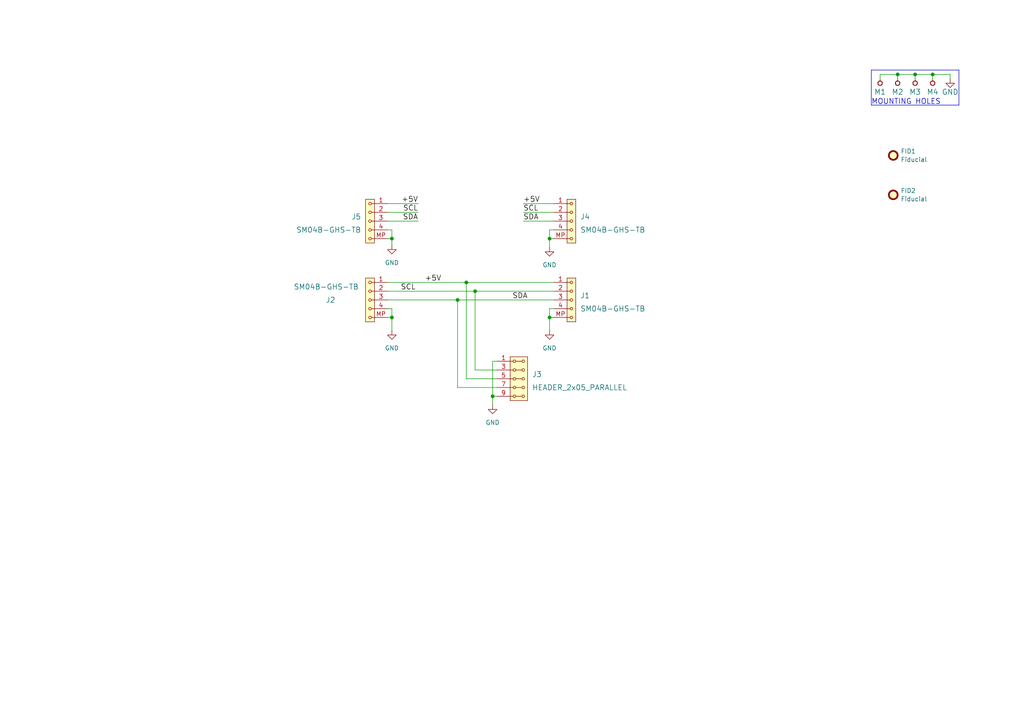
<source format=kicad_sch>
(kicad_sch (version 20230121) (generator eeschema)
  (paper "A4")
  (title_block (title "GH4PIN01") (date "%d. %m. %Y") (rev "A") (company "Mlab www.mlab.cz") (comment 1 "PixHawk I2C - MLAB interface") (comment 2 "Alsa-Tucnak"))
  (lib_symbols
    (symbol "MLAB_CONNECTORS_JST:SM04B-GHS-TB" (pin_names (offset 1.016))
      (property "Reference" "J" (at 0 -7.62 0))
      (property "Value" "SM04B-GHS-TB" (at 0 7.62 0))
      (symbol "SM04B-GHS-TB_0_1"
        (rectangle (start -1.27 6.35) (end 1.27 -6.35) (fill (type background)))
        (circle (center 0 -5.08) (radius 0.381))
        (circle (center 0 -2.54) (radius 0.381))
        (polyline (pts (xy -1.27 -5.08) (xy -0.381 -5.08)))
        (polyline (pts (xy -1.27 -2.54) (xy -0.381 -2.54)))
        (polyline (pts (xy -1.27 0) (xy -0.381 0)))
        (polyline (pts (xy -1.27 2.54) (xy -0.381 2.54)))
        (polyline (pts (xy -1.27 5.08) (xy -0.381 5.08)))
        (circle (center 0 0) (radius 0.381))
        (circle (center 0 2.54) (radius 0.381))
        (circle (center 0 5.08) (radius 0.381))
      )
      (symbol "SM04B-GHS-TB_1_1"
        (pin input line (at -5.08 5.08 0) (length 3.81) (name "~") (number "1"))
        (pin input line (at -5.08 2.54 0) (length 3.81) (name "~") (number "2"))
        (pin input line (at -5.08 0 0) (length 3.81) (name "~") (number "3"))
        (pin input line (at -5.08 -2.54 0) (length 3.81) (name "~") (number "4"))
        (pin input line (at -5.08 -5.08 0) (length 3.81) (name "~") (number "MP"))
      )
    )
    (symbol "MLAB_HEADER:HEADER_2x05_PARALLEL" (pin_names (offset 1.016))
      (property "Reference" "J" (at 0 -7.62 0))
      (property "Value" "HEADER_2x05_PARALLEL" (at 0 7.62 0))
      (symbol "HEADER_2x05_PARALLEL_0_1"
        (rectangle (start -2.54 6.35) (end 2.54 -6.35) (fill (type background)))
        (circle (center -1.27 -5.08) (radius 0.381))
        (circle (center -1.27 -2.54) (radius 0.381))
        (circle (center -1.27 0) (radius 0.381))
        (circle (center -1.27 2.54) (radius 0.381))
        (circle (center -1.27 5.08) (radius 0.381))
        (polyline (pts (xy -1.651 -5.08) (xy -2.54 -5.08)))
        (polyline (pts (xy -1.651 -2.54) (xy -2.54 -2.54)))
        (polyline (pts (xy -1.651 0) (xy -2.54 0)))
        (polyline (pts (xy -1.651 2.54) (xy -2.54 2.54)))
        (polyline (pts (xy -1.651 5.08) (xy -2.54 5.08)))
        (polyline (pts (xy -0.889 -5.08) (xy 0.889 -5.08)))
        (polyline (pts (xy -0.889 -2.54) (xy 0.889 -2.54)))
        (polyline (pts (xy -0.889 0) (xy 0.889 0)))
        (polyline (pts (xy -0.889 2.54) (xy 0.889 2.54)))
        (polyline (pts (xy -0.889 5.08) (xy 0.889 5.08)))
        (circle (center 1.27 -5.08) (radius 0.381))
        (circle (center 1.27 -2.54) (radius 0.381))
        (circle (center 1.27 0) (radius 0.381))
        (circle (center 1.27 2.54) (radius 0.381))
        (circle (center 1.27 5.08) (radius 0.381))
      )
      (symbol "HEADER_2x05_PARALLEL_1_1"
        (pin input line (at -6.35 5.08 0) (length 3.81) (name "~") (number "1"))
        (pin input line (at -6.35 -5.08 0) (length 3.81) hide (name "~") (number "10"))
        (pin input line (at -6.35 5.08 0) (length 3.81) hide (name "~") (number "2"))
        (pin input line (at -6.35 2.54 0) (length 3.81) (name "~") (number "3"))
        (pin input line (at -6.35 2.54 0) (length 3.81) hide (name "~") (number "4"))
        (pin input line (at -6.35 0 0) (length 3.81) (name "~") (number "5"))
        (pin input line (at -6.35 0 0) (length 3.81) hide (name "~") (number "6"))
        (pin input line (at -6.35 -2.54 0) (length 3.81) (name "~") (number "7"))
        (pin input line (at -6.35 -2.54 0) (length 3.81) hide (name "~") (number "8"))
        (pin input line (at -6.35 -5.08 0) (length 3.81) (name "~") (number "9"))
      )
    )
    (symbol "Mechanical:Fiducial"
      (property "Reference" "FID" (at 0 5.08 0))
      (property "Value" "Fiducial" (at 0 3.175 0))
      (symbol "Fiducial_0_1"
        (circle (center 0 0) (radius 1.27) (stroke (width 0.508)) (fill (type background)))
      )
    )
    (symbol "mlab-default-rescue:GND" (power) (pin_names (offset 0))
      (property "Value" "GND" (at 0 -3.81 0))
      (symbol "GND_0_1"
        (polyline (pts (xy 0 0) (xy 0 -1.27) (xy 1.27 -1.27) (xy 0 -2.54) (xy -1.27 -1.27) (xy 0 -1.27)))
      )
      (symbol "GND_1_1"
        (pin power_in line (at 0 0 270) (length 0) hide (name "GND") (number "1"))
      )
    )
    (symbol "mlab-default-rescue:HOLE" (pin_numbers hide) (pin_names (offset 1.016) hide)
      (property "Reference" "M" (at 0 2.54 0))
      (property "Value" "HOLE" (at 0 -2.54 0))
      (symbol "HOLE_0_1"
        (circle (center 0 0) (radius 0.635) (stroke (width 0.254)))
      )
      (symbol "HOLE_1_1"
        (pin input line (at 1.27 0 180) (length 0.635) (name "~") (number "1"))
      )
    )
    (symbol "power:GND" (power) (pin_names (offset 0))
      (property "Value" "GND" (at 0 -3.81 0))
      (symbol "GND_0_1"
        (polyline (pts (xy 0 0) (xy 0 -1.27) (xy 1.27 -1.27) (xy 0 -2.54) (xy -1.27 -1.27) (xy 0 -1.27)))
      )
      (symbol "GND_1_1"
        (pin power_in line (at 0 0 270) (length 0) hide (name "GND") (number "1"))
      )
    )
  )
  (junction (at 135.255 81.915))
  (junction (at 142.875 114.935))
  (junction (at 270.51 21.59))
  (junction (at 265.43 21.59))
  (junction (at 132.715 86.995))
  (junction (at 260.35 21.59))
  (junction (at 159.385 92.075))
  (junction (at 159.385 69.215))
  (junction (at 137.795 84.455))
  (junction (at 113.665 69.215))
  (junction (at 113.665 92.075))
  (wire (pts (xy 260.35 22.86) (xy 260.35 21.59)))
  (wire (pts (xy 151.765 61.595) (xy 160.655 61.595)))
  (wire (pts (xy 112.395 66.675) (xy 113.665 66.675)))
  (wire (pts (xy 113.665 66.675) (xy 113.665 69.215)))
  (wire (pts (xy 160.655 66.675) (xy 159.385 66.675)))
  (wire (pts (xy 265.43 22.86) (xy 265.43 21.59)))
  (wire (pts (xy 113.665 69.215) (xy 112.395 69.215)))
  (wire (pts (xy 275.59 21.59) (xy 270.51 21.59)))
  (wire (pts (xy 159.385 69.215) (xy 160.655 69.215)))
  (wire (pts (xy 159.385 69.215) (xy 159.385 71.755)))
  (wire (pts (xy 137.795 84.455) (xy 160.655 84.455)))
  (wire (pts (xy 275.59 22.86) (xy 275.59 21.59)))
  (wire (pts (xy 159.385 66.675) (xy 159.385 69.215)))
  (wire (pts (xy 144.145 114.935) (xy 142.875 114.935)))
  (wire (pts (xy 159.385 89.535) (xy 159.385 92.075)))
  (wire (pts (xy 151.765 64.135) (xy 160.655 64.135)))
  (wire (pts (xy 142.875 114.935) (xy 142.875 117.475)))
  (wire (pts (xy 265.43 21.59) (xy 260.35 21.59)))
  (polyline (pts (xy 278.13 20.32) (xy 278.13 30.48)))
  (wire (pts (xy 121.285 59.055) (xy 112.395 59.055)))
  (wire (pts (xy 270.51 22.86) (xy 270.51 21.59)))
  (wire (pts (xy 121.285 61.595) (xy 112.395 61.595)))
  (wire (pts (xy 144.145 109.855) (xy 135.255 109.855)))
  (wire (pts (xy 144.145 112.395) (xy 132.715 112.395)))
  (wire (pts (xy 142.875 104.775) (xy 142.875 114.935)))
  (wire (pts (xy 135.255 81.915) (xy 160.655 81.915)))
  (wire (pts (xy 112.395 81.915) (xy 135.255 81.915)))
  (wire (pts (xy 113.665 89.535) (xy 113.665 92.075)))
  (wire (pts (xy 132.715 86.995) (xy 132.715 112.395)))
  (polyline (pts (xy 278.13 30.48) (xy 252.73 30.48)))
  (wire (pts (xy 113.665 69.215) (xy 113.665 71.12)))
  (wire (pts (xy 144.145 104.775) (xy 142.875 104.775)))
  (wire (pts (xy 255.27 21.59) (xy 255.27 22.86)))
  (wire (pts (xy 159.385 92.075) (xy 160.655 92.075)))
  (wire (pts (xy 132.715 86.995) (xy 160.655 86.995)))
  (wire (pts (xy 160.655 89.535) (xy 159.385 89.535)))
  (wire (pts (xy 151.765 59.055) (xy 160.655 59.055)))
  (polyline (pts (xy 252.73 30.48) (xy 252.73 20.32)))
  (wire (pts (xy 112.395 86.995) (xy 132.715 86.995)))
  (wire (pts (xy 135.255 81.915) (xy 135.255 109.855)))
  (wire (pts (xy 112.395 84.455) (xy 137.795 84.455)))
  (wire (pts (xy 270.51 21.59) (xy 265.43 21.59)))
  (wire (pts (xy 144.145 107.315) (xy 137.795 107.315)))
  (wire (pts (xy 112.395 92.075) (xy 113.665 92.075)))
  (wire (pts (xy 113.665 92.075) (xy 113.665 95.885)))
  (wire (pts (xy 159.385 92.075) (xy 159.385 95.885)))
  (polyline (pts (xy 252.73 20.32) (xy 278.13 20.32)))
  (wire (pts (xy 260.35 21.59) (xy 255.27 21.59)))
  (wire (pts (xy 121.285 64.135) (xy 112.395 64.135)))
  (wire (pts (xy 112.395 89.535) (xy 113.665 89.535)))
  (wire (pts (xy 137.795 84.455) (xy 137.795 107.315)))
  (text "MOUNTING HOLES" (at 252.73 30.48 0) (effects (font (size 1.524 1.524)) (justify left bottom)))
  (label "SDA" (at 151.765 64.135 0) (effects (font (size 1.524 1.524))))
  (label "SDA" (at 121.285 64.135 180) (effects (font (size 1.524 1.524))))
  (label "SCL" (at 116.205 84.455 0) (effects (font (size 1.524 1.524))))
  (label "SDA" (at 148.59 86.995 0) (effects (font (size 1.524 1.524))))
  (label "+5V" (at 151.765 59.055 0) (effects (font (size 1.524 1.524))))
  (label "+5V" (at 123.19 81.915 0) (effects (font (size 1.524 1.524))))
  (label "SCL" (at 121.285 61.595 180) (effects (font (size 1.524 1.524))))
  (label "SCL" (at 151.765 61.595 0) (effects (font (size 1.524 1.524))))
  (label "+5V" (at 121.285 59.055 180) (effects (font (size 1.524 1.524))))
  (symbol (lib_id "mlab-default-rescue:HOLE") (at 255.27 24.13 90) (unit 1)
    (property "Reference" "M1" (at 255.27 26.67 90) (effects (font (size 1.524 1.524))))
    (property "Value" "HOLE M3" (effects hide))
    (property "Footprint" "Mlab_Mechanical:MountingHole_3mm" (effects hide))
  )
  (symbol (lib_id "mlab-default-rescue:HOLE") (at 260.35 24.13 90) (unit 1)
    (property "Reference" "M2" (at 260.35 26.67 90) (effects (font (size 1.524 1.524))))
    (property "Value" "HOLE M3" (effects hide))
    (property "Footprint" "Mlab_Mechanical:MountingHole_3mm" (effects hide))
  )
  (symbol (lib_id "mlab-default-rescue:HOLE") (at 265.43 24.13 90) (unit 1)
    (property "Reference" "M3" (at 265.43 26.67 90) (effects (font (size 1.524 1.524))))
    (property "Value" "HOLE" (effects hide))
    (property "Footprint" "Mlab_Mechanical:MountingHole_3mm" (effects hide))
  )
  (symbol (lib_id "mlab-default-rescue:HOLE") (at 270.51 24.13 90) (unit 1)
    (property "Reference" "M4" (at 270.51 26.67 90) (effects (font (size 1.524 1.524))))
    (property "Value" "HOLE" (effects hide))
    (property "Footprint" "Mlab_Mechanical:MountingHole_3mm" (effects hide))
  )
  (symbol (lib_id "mlab-default-rescue:GND") (at 275.59 22.86 0) (unit 1)
    (property "Reference" "#PWR03" (effects hide))
    (property "Value" "GND" (at 275.59 26.67 0) (effects (font (size 1.524 1.524))))
  )
  (symbol (lib_id "power:GND") (at 142.875 117.475 0) (unit 1)
    (property "Reference" "#PWR01" (effects hide))
    (property "Value" "GND" (at 142.875 122.555 0))
  )
  (symbol (lib_id "Mechanical:Fiducial") (at 259.08 45.085 0) (unit 1)
    (property "Reference" "FID1" (at 261.239 43.8729 0) (effects (justify left)))
    (property "Value" "Fiducial" (at 261.239 46.2971 0) (effects (justify left)))
    (property "Footprint" "Fiducial:Fiducial_1mm_Mask2mm" (effects hide))
  )
  (symbol (lib_id "power:GND") (at 113.665 95.885 0) (unit 1)
    (property "Reference" "#PWR02" (effects hide))
    (property "Value" "GND" (at 113.665 100.965 0))
  )
  (symbol (lib_id "MLAB_CONNECTORS_JST:SM04B-GHS-TB") (at 165.735 64.135 0) (unit 1)
    (property "Reference" "J4" (at 168.275 62.865 0) (effects (font (size 1.524 1.524)) (justify left)))
    (property "Value" "SM04B-GHS-TB" (at 168.275 66.675 0) (effects (font (size 1.524 1.524)) (justify left)))
    (property "Footprint" "Connector_JST:JST_GH_SM04B-GHS-TB_1x04-1MP_P1.25mm_Horizontal" (effects hide))
  )
  (symbol (lib_id "Mechanical:Fiducial") (at 259.08 56.515 0) (unit 1)
    (property "Reference" "FID2" (at 261.239 55.3029 0) (effects (justify left)))
    (property "Value" "Fiducial" (at 261.239 57.7271 0) (effects (justify left)))
    (property "Footprint" "Fiducial:Fiducial_1mm_Mask2mm" (effects hide))
  )
  (symbol (lib_id "MLAB_CONNECTORS_JST:SM04B-GHS-TB") (at 107.315 86.995 0) (mirror y) (unit 1)
    (property "Reference" "J2" (at 95.885 86.995 0) (effects (font (size 1.524 1.524))))
    (property "Value" "SM04B-GHS-TB" (at 94.615 83.185 0) (effects (font (size 1.524 1.524))))
    (property "Footprint" "Connector_JST:JST_GH_SM04B-GHS-TB_1x04-1MP_P1.25mm_Horizontal" (effects hide))
  )
  (symbol (lib_id "MLAB_HEADER:HEADER_2x05_PARALLEL") (at 150.495 109.855 0) (unit 1)
    (property "Reference" "J3" (at 154.305 108.585 0) (effects (font (size 1.524 1.524)) (justify left)))
    (property "Value" "HEADER_2x05_PARALLEL" (at 154.305 112.395 0) (effects (font (size 1.524 1.524)) (justify left)))
    (property "Footprint" "Mlab_Pin_Headers:Straight_2x05" (effects hide))
  )
  (symbol (lib_id "power:GND") (at 159.385 71.755 0) (unit 1)
    (property "Reference" "#PWR05" (effects hide))
    (property "Value" "GND" (at 159.385 76.835 0))
  )
  (symbol (lib_id "power:GND") (at 113.665 71.12 0) (mirror y) (unit 1)
    (property "Reference" "#PWR06" (effects hide))
    (property "Value" "GND" (at 113.665 76.2 0))
  )
  (symbol (lib_id "MLAB_CONNECTORS_JST:SM04B-GHS-TB") (at 165.735 86.995 0) (unit 1)
    (property "Reference" "J1" (at 168.275 85.725 0) (effects (font (size 1.524 1.524)) (justify left)))
    (property "Value" "SM04B-GHS-TB" (at 168.275 89.535 0) (effects (font (size 1.524 1.524)) (justify left)))
    (property "Footprint" "Connector_JST:JST_GH_SM04B-GHS-TB_1x04-1MP_P1.25mm_Horizontal" (effects hide))
  )
  (symbol (lib_id "MLAB_CONNECTORS_JST:SM04B-GHS-TB") (at 107.315 64.135 0) (mirror y) (unit 1)
    (property "Reference" "J5" (at 104.775 62.865 0) (effects (font (size 1.524 1.524)) (justify left)))
    (property "Value" "SM04B-GHS-TB" (at 104.775 66.675 0) (effects (font (size 1.524 1.524)) (justify left)))
    (property "Footprint" "Connector_JST:JST_GH_SM04B-GHS-TB_1x04-1MP_P1.25mm_Horizontal" (effects hide))
  )
  (symbol (lib_id "power:GND") (at 159.385 95.885 0) (unit 1)
    (property "Reference" "#PWR04" (effects hide))
    (property "Value" "GND" (at 159.385 100.965 0))
  )
)
</source>
